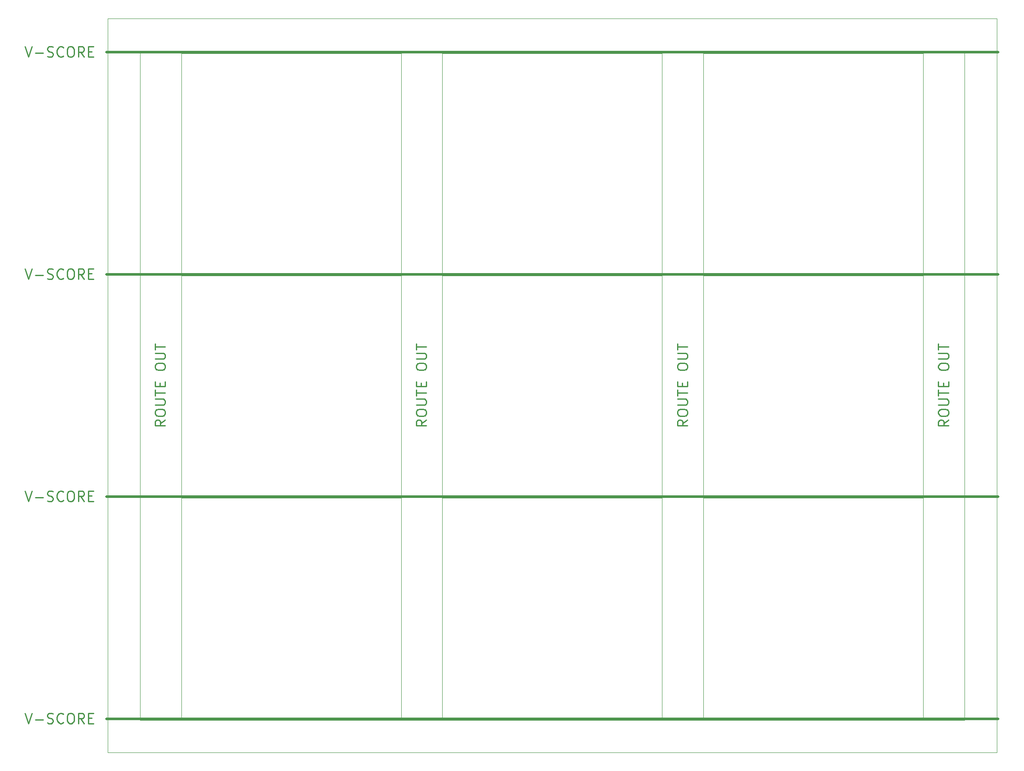
<source format=gko>
%TF.GenerationSoftware,KiCad,Pcbnew,9.0.1*%
%TF.CreationDate,2025-04-24T15:23:21-06:00*%
%TF.ProjectId,SparkFun_GNSS_ZED-X20P_panelized,53706172-6b46-4756-9e5f-474e53535f5a,rev?*%
%TF.SameCoordinates,Original*%
%TF.FileFunction,Soldermask,Bot*%
%TF.FilePolarity,Negative*%
%FSLAX46Y46*%
G04 Gerber Fmt 4.6, Leading zero omitted, Abs format (unit mm)*
G04 Created by KiCad (PCBNEW 9.0.1) date 2025-04-24 15:23:21*
%MOMM*%
%LPD*%
G01*
G04 APERTURE LIST*
%TA.AperFunction,Profile*%
%ADD10C,0.100000*%
%TD*%
%ADD11C,0.250000*%
%ADD12C,0.500000*%
G04 APERTURE END LIST*
D10*
X-8120000Y-500000D02*
X-8120000Y131040000D01*
X153900000Y-500000D02*
X-8120000Y-500000D01*
X153900000Y131040000D02*
X153900000Y-500000D01*
X-8120000Y131040000D02*
X153900000Y131040000D01*
X-14470000Y-6850000D02*
X-14470000Y137390000D01*
X160250000Y-6850000D02*
X-14470000Y-6850000D01*
X160250000Y137390000D02*
X160250000Y-6850000D01*
X-14470000Y137390000D02*
X160250000Y137390000D01*
X102600000Y130540000D02*
X145780000Y130540000D01*
X145780000Y87360000D01*
X102600000Y87360000D01*
X102600000Y130540000D01*
X102600000Y86860000D02*
X145780000Y86860000D01*
X145780000Y43680000D01*
X102600000Y43680000D01*
X102600000Y86860000D01*
X102600000Y43180000D02*
X145780000Y43180000D01*
X145780000Y0D01*
X102600000Y0D01*
X102600000Y43180000D01*
X51300000Y130540000D02*
X94480000Y130540000D01*
X94480000Y87360000D01*
X51300000Y87360000D01*
X51300000Y130540000D01*
X51300000Y86860000D02*
X94480000Y86860000D01*
X94480000Y43680000D01*
X51300000Y43680000D01*
X51300000Y86860000D01*
X51300000Y43180000D02*
X94480000Y43180000D01*
X94480000Y0D01*
X51300000Y0D01*
X51300000Y43180000D01*
X0Y130540000D02*
X43180000Y130540000D01*
X43180000Y87360000D01*
X0Y87360000D01*
X0Y130540000D01*
X0Y86860000D02*
X43180000Y86860000D01*
X43180000Y43680000D01*
X0Y43680000D01*
X0Y86860000D01*
X0Y43180000D02*
X43180000Y43180000D01*
X43180000Y0D01*
X0Y0D01*
X0Y43180000D01*
D11*
X150752238Y58508095D02*
X149799857Y57841428D01*
X150752238Y57365238D02*
X148752238Y57365238D01*
X148752238Y57365238D02*
X148752238Y58127143D01*
X148752238Y58127143D02*
X148847476Y58317619D01*
X148847476Y58317619D02*
X148942714Y58412857D01*
X148942714Y58412857D02*
X149133190Y58508095D01*
X149133190Y58508095D02*
X149418904Y58508095D01*
X149418904Y58508095D02*
X149609380Y58412857D01*
X149609380Y58412857D02*
X149704619Y58317619D01*
X149704619Y58317619D02*
X149799857Y58127143D01*
X149799857Y58127143D02*
X149799857Y57365238D01*
X148752238Y59746190D02*
X148752238Y60127143D01*
X148752238Y60127143D02*
X148847476Y60317619D01*
X148847476Y60317619D02*
X149037952Y60508095D01*
X149037952Y60508095D02*
X149418904Y60603333D01*
X149418904Y60603333D02*
X150085571Y60603333D01*
X150085571Y60603333D02*
X150466523Y60508095D01*
X150466523Y60508095D02*
X150657000Y60317619D01*
X150657000Y60317619D02*
X150752238Y60127143D01*
X150752238Y60127143D02*
X150752238Y59746190D01*
X150752238Y59746190D02*
X150657000Y59555714D01*
X150657000Y59555714D02*
X150466523Y59365238D01*
X150466523Y59365238D02*
X150085571Y59270000D01*
X150085571Y59270000D02*
X149418904Y59270000D01*
X149418904Y59270000D02*
X149037952Y59365238D01*
X149037952Y59365238D02*
X148847476Y59555714D01*
X148847476Y59555714D02*
X148752238Y59746190D01*
X148752238Y61460476D02*
X150371285Y61460476D01*
X150371285Y61460476D02*
X150561761Y61555714D01*
X150561761Y61555714D02*
X150657000Y61650952D01*
X150657000Y61650952D02*
X150752238Y61841428D01*
X150752238Y61841428D02*
X150752238Y62222381D01*
X150752238Y62222381D02*
X150657000Y62412857D01*
X150657000Y62412857D02*
X150561761Y62508095D01*
X150561761Y62508095D02*
X150371285Y62603333D01*
X150371285Y62603333D02*
X148752238Y62603333D01*
X148752238Y63270000D02*
X148752238Y64412857D01*
X150752238Y63841428D02*
X148752238Y63841428D01*
X149704619Y65079524D02*
X149704619Y65746191D01*
X150752238Y66031905D02*
X150752238Y65079524D01*
X150752238Y65079524D02*
X148752238Y65079524D01*
X148752238Y65079524D02*
X148752238Y66031905D01*
X148752238Y68793810D02*
X148752238Y69174763D01*
X148752238Y69174763D02*
X148847476Y69365239D01*
X148847476Y69365239D02*
X149037952Y69555715D01*
X149037952Y69555715D02*
X149418904Y69650953D01*
X149418904Y69650953D02*
X150085571Y69650953D01*
X150085571Y69650953D02*
X150466523Y69555715D01*
X150466523Y69555715D02*
X150657000Y69365239D01*
X150657000Y69365239D02*
X150752238Y69174763D01*
X150752238Y69174763D02*
X150752238Y68793810D01*
X150752238Y68793810D02*
X150657000Y68603334D01*
X150657000Y68603334D02*
X150466523Y68412858D01*
X150466523Y68412858D02*
X150085571Y68317620D01*
X150085571Y68317620D02*
X149418904Y68317620D01*
X149418904Y68317620D02*
X149037952Y68412858D01*
X149037952Y68412858D02*
X148847476Y68603334D01*
X148847476Y68603334D02*
X148752238Y68793810D01*
X148752238Y70508096D02*
X150371285Y70508096D01*
X150371285Y70508096D02*
X150561761Y70603334D01*
X150561761Y70603334D02*
X150657000Y70698572D01*
X150657000Y70698572D02*
X150752238Y70889048D01*
X150752238Y70889048D02*
X150752238Y71270001D01*
X150752238Y71270001D02*
X150657000Y71460477D01*
X150657000Y71460477D02*
X150561761Y71555715D01*
X150561761Y71555715D02*
X150371285Y71650953D01*
X150371285Y71650953D02*
X148752238Y71650953D01*
X148752238Y72317620D02*
X148752238Y73460477D01*
X150752238Y72889048D02*
X148752238Y72889048D01*
X99452238Y58508095D02*
X98499857Y57841428D01*
X99452238Y57365238D02*
X97452238Y57365238D01*
X97452238Y57365238D02*
X97452238Y58127143D01*
X97452238Y58127143D02*
X97547476Y58317619D01*
X97547476Y58317619D02*
X97642714Y58412857D01*
X97642714Y58412857D02*
X97833190Y58508095D01*
X97833190Y58508095D02*
X98118904Y58508095D01*
X98118904Y58508095D02*
X98309380Y58412857D01*
X98309380Y58412857D02*
X98404619Y58317619D01*
X98404619Y58317619D02*
X98499857Y58127143D01*
X98499857Y58127143D02*
X98499857Y57365238D01*
X97452238Y59746190D02*
X97452238Y60127143D01*
X97452238Y60127143D02*
X97547476Y60317619D01*
X97547476Y60317619D02*
X97737952Y60508095D01*
X97737952Y60508095D02*
X98118904Y60603333D01*
X98118904Y60603333D02*
X98785571Y60603333D01*
X98785571Y60603333D02*
X99166523Y60508095D01*
X99166523Y60508095D02*
X99357000Y60317619D01*
X99357000Y60317619D02*
X99452238Y60127143D01*
X99452238Y60127143D02*
X99452238Y59746190D01*
X99452238Y59746190D02*
X99357000Y59555714D01*
X99357000Y59555714D02*
X99166523Y59365238D01*
X99166523Y59365238D02*
X98785571Y59270000D01*
X98785571Y59270000D02*
X98118904Y59270000D01*
X98118904Y59270000D02*
X97737952Y59365238D01*
X97737952Y59365238D02*
X97547476Y59555714D01*
X97547476Y59555714D02*
X97452238Y59746190D01*
X97452238Y61460476D02*
X99071285Y61460476D01*
X99071285Y61460476D02*
X99261761Y61555714D01*
X99261761Y61555714D02*
X99357000Y61650952D01*
X99357000Y61650952D02*
X99452238Y61841428D01*
X99452238Y61841428D02*
X99452238Y62222381D01*
X99452238Y62222381D02*
X99357000Y62412857D01*
X99357000Y62412857D02*
X99261761Y62508095D01*
X99261761Y62508095D02*
X99071285Y62603333D01*
X99071285Y62603333D02*
X97452238Y62603333D01*
X97452238Y63270000D02*
X97452238Y64412857D01*
X99452238Y63841428D02*
X97452238Y63841428D01*
X98404619Y65079524D02*
X98404619Y65746191D01*
X99452238Y66031905D02*
X99452238Y65079524D01*
X99452238Y65079524D02*
X97452238Y65079524D01*
X97452238Y65079524D02*
X97452238Y66031905D01*
X97452238Y68793810D02*
X97452238Y69174763D01*
X97452238Y69174763D02*
X97547476Y69365239D01*
X97547476Y69365239D02*
X97737952Y69555715D01*
X97737952Y69555715D02*
X98118904Y69650953D01*
X98118904Y69650953D02*
X98785571Y69650953D01*
X98785571Y69650953D02*
X99166523Y69555715D01*
X99166523Y69555715D02*
X99357000Y69365239D01*
X99357000Y69365239D02*
X99452238Y69174763D01*
X99452238Y69174763D02*
X99452238Y68793810D01*
X99452238Y68793810D02*
X99357000Y68603334D01*
X99357000Y68603334D02*
X99166523Y68412858D01*
X99166523Y68412858D02*
X98785571Y68317620D01*
X98785571Y68317620D02*
X98118904Y68317620D01*
X98118904Y68317620D02*
X97737952Y68412858D01*
X97737952Y68412858D02*
X97547476Y68603334D01*
X97547476Y68603334D02*
X97452238Y68793810D01*
X97452238Y70508096D02*
X99071285Y70508096D01*
X99071285Y70508096D02*
X99261761Y70603334D01*
X99261761Y70603334D02*
X99357000Y70698572D01*
X99357000Y70698572D02*
X99452238Y70889048D01*
X99452238Y70889048D02*
X99452238Y71270001D01*
X99452238Y71270001D02*
X99357000Y71460477D01*
X99357000Y71460477D02*
X99261761Y71555715D01*
X99261761Y71555715D02*
X99071285Y71650953D01*
X99071285Y71650953D02*
X97452238Y71650953D01*
X97452238Y72317620D02*
X97452238Y73460477D01*
X99452238Y72889048D02*
X97452238Y72889048D01*
X48152238Y58508095D02*
X47199857Y57841428D01*
X48152238Y57365238D02*
X46152238Y57365238D01*
X46152238Y57365238D02*
X46152238Y58127143D01*
X46152238Y58127143D02*
X46247476Y58317619D01*
X46247476Y58317619D02*
X46342714Y58412857D01*
X46342714Y58412857D02*
X46533190Y58508095D01*
X46533190Y58508095D02*
X46818904Y58508095D01*
X46818904Y58508095D02*
X47009380Y58412857D01*
X47009380Y58412857D02*
X47104619Y58317619D01*
X47104619Y58317619D02*
X47199857Y58127143D01*
X47199857Y58127143D02*
X47199857Y57365238D01*
X46152238Y59746190D02*
X46152238Y60127143D01*
X46152238Y60127143D02*
X46247476Y60317619D01*
X46247476Y60317619D02*
X46437952Y60508095D01*
X46437952Y60508095D02*
X46818904Y60603333D01*
X46818904Y60603333D02*
X47485571Y60603333D01*
X47485571Y60603333D02*
X47866523Y60508095D01*
X47866523Y60508095D02*
X48057000Y60317619D01*
X48057000Y60317619D02*
X48152238Y60127143D01*
X48152238Y60127143D02*
X48152238Y59746190D01*
X48152238Y59746190D02*
X48057000Y59555714D01*
X48057000Y59555714D02*
X47866523Y59365238D01*
X47866523Y59365238D02*
X47485571Y59270000D01*
X47485571Y59270000D02*
X46818904Y59270000D01*
X46818904Y59270000D02*
X46437952Y59365238D01*
X46437952Y59365238D02*
X46247476Y59555714D01*
X46247476Y59555714D02*
X46152238Y59746190D01*
X46152238Y61460476D02*
X47771285Y61460476D01*
X47771285Y61460476D02*
X47961761Y61555714D01*
X47961761Y61555714D02*
X48057000Y61650952D01*
X48057000Y61650952D02*
X48152238Y61841428D01*
X48152238Y61841428D02*
X48152238Y62222381D01*
X48152238Y62222381D02*
X48057000Y62412857D01*
X48057000Y62412857D02*
X47961761Y62508095D01*
X47961761Y62508095D02*
X47771285Y62603333D01*
X47771285Y62603333D02*
X46152238Y62603333D01*
X46152238Y63270000D02*
X46152238Y64412857D01*
X48152238Y63841428D02*
X46152238Y63841428D01*
X47104619Y65079524D02*
X47104619Y65746191D01*
X48152238Y66031905D02*
X48152238Y65079524D01*
X48152238Y65079524D02*
X46152238Y65079524D01*
X46152238Y65079524D02*
X46152238Y66031905D01*
X46152238Y68793810D02*
X46152238Y69174763D01*
X46152238Y69174763D02*
X46247476Y69365239D01*
X46247476Y69365239D02*
X46437952Y69555715D01*
X46437952Y69555715D02*
X46818904Y69650953D01*
X46818904Y69650953D02*
X47485571Y69650953D01*
X47485571Y69650953D02*
X47866523Y69555715D01*
X47866523Y69555715D02*
X48057000Y69365239D01*
X48057000Y69365239D02*
X48152238Y69174763D01*
X48152238Y69174763D02*
X48152238Y68793810D01*
X48152238Y68793810D02*
X48057000Y68603334D01*
X48057000Y68603334D02*
X47866523Y68412858D01*
X47866523Y68412858D02*
X47485571Y68317620D01*
X47485571Y68317620D02*
X46818904Y68317620D01*
X46818904Y68317620D02*
X46437952Y68412858D01*
X46437952Y68412858D02*
X46247476Y68603334D01*
X46247476Y68603334D02*
X46152238Y68793810D01*
X46152238Y70508096D02*
X47771285Y70508096D01*
X47771285Y70508096D02*
X47961761Y70603334D01*
X47961761Y70603334D02*
X48057000Y70698572D01*
X48057000Y70698572D02*
X48152238Y70889048D01*
X48152238Y70889048D02*
X48152238Y71270001D01*
X48152238Y71270001D02*
X48057000Y71460477D01*
X48057000Y71460477D02*
X47961761Y71555715D01*
X47961761Y71555715D02*
X47771285Y71650953D01*
X47771285Y71650953D02*
X46152238Y71650953D01*
X46152238Y72317620D02*
X46152238Y73460477D01*
X48152238Y72889048D02*
X46152238Y72889048D01*
X-3147762Y58508095D02*
X-4100143Y57841428D01*
X-3147762Y57365238D02*
X-5147762Y57365238D01*
X-5147762Y57365238D02*
X-5147762Y58127143D01*
X-5147762Y58127143D02*
X-5052524Y58317619D01*
X-5052524Y58317619D02*
X-4957286Y58412857D01*
X-4957286Y58412857D02*
X-4766810Y58508095D01*
X-4766810Y58508095D02*
X-4481096Y58508095D01*
X-4481096Y58508095D02*
X-4290620Y58412857D01*
X-4290620Y58412857D02*
X-4195381Y58317619D01*
X-4195381Y58317619D02*
X-4100143Y58127143D01*
X-4100143Y58127143D02*
X-4100143Y57365238D01*
X-5147762Y59746190D02*
X-5147762Y60127143D01*
X-5147762Y60127143D02*
X-5052524Y60317619D01*
X-5052524Y60317619D02*
X-4862048Y60508095D01*
X-4862048Y60508095D02*
X-4481096Y60603333D01*
X-4481096Y60603333D02*
X-3814429Y60603333D01*
X-3814429Y60603333D02*
X-3433477Y60508095D01*
X-3433477Y60508095D02*
X-3243000Y60317619D01*
X-3243000Y60317619D02*
X-3147762Y60127143D01*
X-3147762Y60127143D02*
X-3147762Y59746190D01*
X-3147762Y59746190D02*
X-3243000Y59555714D01*
X-3243000Y59555714D02*
X-3433477Y59365238D01*
X-3433477Y59365238D02*
X-3814429Y59270000D01*
X-3814429Y59270000D02*
X-4481096Y59270000D01*
X-4481096Y59270000D02*
X-4862048Y59365238D01*
X-4862048Y59365238D02*
X-5052524Y59555714D01*
X-5052524Y59555714D02*
X-5147762Y59746190D01*
X-5147762Y61460476D02*
X-3528715Y61460476D01*
X-3528715Y61460476D02*
X-3338239Y61555714D01*
X-3338239Y61555714D02*
X-3243000Y61650952D01*
X-3243000Y61650952D02*
X-3147762Y61841428D01*
X-3147762Y61841428D02*
X-3147762Y62222381D01*
X-3147762Y62222381D02*
X-3243000Y62412857D01*
X-3243000Y62412857D02*
X-3338239Y62508095D01*
X-3338239Y62508095D02*
X-3528715Y62603333D01*
X-3528715Y62603333D02*
X-5147762Y62603333D01*
X-5147762Y63270000D02*
X-5147762Y64412857D01*
X-3147762Y63841428D02*
X-5147762Y63841428D01*
X-4195381Y65079524D02*
X-4195381Y65746191D01*
X-3147762Y66031905D02*
X-3147762Y65079524D01*
X-3147762Y65079524D02*
X-5147762Y65079524D01*
X-5147762Y65079524D02*
X-5147762Y66031905D01*
X-5147762Y68793810D02*
X-5147762Y69174763D01*
X-5147762Y69174763D02*
X-5052524Y69365239D01*
X-5052524Y69365239D02*
X-4862048Y69555715D01*
X-4862048Y69555715D02*
X-4481096Y69650953D01*
X-4481096Y69650953D02*
X-3814429Y69650953D01*
X-3814429Y69650953D02*
X-3433477Y69555715D01*
X-3433477Y69555715D02*
X-3243000Y69365239D01*
X-3243000Y69365239D02*
X-3147762Y69174763D01*
X-3147762Y69174763D02*
X-3147762Y68793810D01*
X-3147762Y68793810D02*
X-3243000Y68603334D01*
X-3243000Y68603334D02*
X-3433477Y68412858D01*
X-3433477Y68412858D02*
X-3814429Y68317620D01*
X-3814429Y68317620D02*
X-4481096Y68317620D01*
X-4481096Y68317620D02*
X-4862048Y68412858D01*
X-4862048Y68412858D02*
X-5052524Y68603334D01*
X-5052524Y68603334D02*
X-5147762Y68793810D01*
X-5147762Y70508096D02*
X-3528715Y70508096D01*
X-3528715Y70508096D02*
X-3338239Y70603334D01*
X-3338239Y70603334D02*
X-3243000Y70698572D01*
X-3243000Y70698572D02*
X-3147762Y70889048D01*
X-3147762Y70889048D02*
X-3147762Y71270001D01*
X-3147762Y71270001D02*
X-3243000Y71460477D01*
X-3243000Y71460477D02*
X-3338239Y71555715D01*
X-3338239Y71555715D02*
X-3528715Y71650953D01*
X-3528715Y71650953D02*
X-5147762Y71650953D01*
X-5147762Y72317620D02*
X-5147762Y73460477D01*
X-3147762Y72889048D02*
X-5147762Y72889048D01*
X-30693997Y837762D02*
X-30027331Y-1162238D01*
X-30027331Y-1162238D02*
X-29360664Y837762D01*
X-28693997Y-400333D02*
X-27170187Y-400333D01*
X-26313045Y-1067000D02*
X-26027331Y-1162238D01*
X-26027331Y-1162238D02*
X-25551140Y-1162238D01*
X-25551140Y-1162238D02*
X-25360664Y-1067000D01*
X-25360664Y-1067000D02*
X-25265426Y-971761D01*
X-25265426Y-971761D02*
X-25170188Y-781285D01*
X-25170188Y-781285D02*
X-25170188Y-590809D01*
X-25170188Y-590809D02*
X-25265426Y-400333D01*
X-25265426Y-400333D02*
X-25360664Y-305095D01*
X-25360664Y-305095D02*
X-25551140Y-209857D01*
X-25551140Y-209857D02*
X-25932093Y-114619D01*
X-25932093Y-114619D02*
X-26122569Y-19380D01*
X-26122569Y-19380D02*
X-26217807Y75858D01*
X-26217807Y75858D02*
X-26313045Y266334D01*
X-26313045Y266334D02*
X-26313045Y456810D01*
X-26313045Y456810D02*
X-26217807Y647286D01*
X-26217807Y647286D02*
X-26122569Y742524D01*
X-26122569Y742524D02*
X-25932093Y837762D01*
X-25932093Y837762D02*
X-25455902Y837762D01*
X-25455902Y837762D02*
X-25170188Y742524D01*
X-23170188Y-971761D02*
X-23265426Y-1067000D01*
X-23265426Y-1067000D02*
X-23551140Y-1162238D01*
X-23551140Y-1162238D02*
X-23741616Y-1162238D01*
X-23741616Y-1162238D02*
X-24027331Y-1067000D01*
X-24027331Y-1067000D02*
X-24217807Y-876523D01*
X-24217807Y-876523D02*
X-24313045Y-686047D01*
X-24313045Y-686047D02*
X-24408283Y-305095D01*
X-24408283Y-305095D02*
X-24408283Y-19380D01*
X-24408283Y-19380D02*
X-24313045Y361572D01*
X-24313045Y361572D02*
X-24217807Y552048D01*
X-24217807Y552048D02*
X-24027331Y742524D01*
X-24027331Y742524D02*
X-23741616Y837762D01*
X-23741616Y837762D02*
X-23551140Y837762D01*
X-23551140Y837762D02*
X-23265426Y742524D01*
X-23265426Y742524D02*
X-23170188Y647286D01*
X-21932093Y837762D02*
X-21551140Y837762D01*
X-21551140Y837762D02*
X-21360664Y742524D01*
X-21360664Y742524D02*
X-21170188Y552048D01*
X-21170188Y552048D02*
X-21074950Y171096D01*
X-21074950Y171096D02*
X-21074950Y-495571D01*
X-21074950Y-495571D02*
X-21170188Y-876523D01*
X-21170188Y-876523D02*
X-21360664Y-1067000D01*
X-21360664Y-1067000D02*
X-21551140Y-1162238D01*
X-21551140Y-1162238D02*
X-21932093Y-1162238D01*
X-21932093Y-1162238D02*
X-22122569Y-1067000D01*
X-22122569Y-1067000D02*
X-22313045Y-876523D01*
X-22313045Y-876523D02*
X-22408283Y-495571D01*
X-22408283Y-495571D02*
X-22408283Y171096D01*
X-22408283Y171096D02*
X-22313045Y552048D01*
X-22313045Y552048D02*
X-22122569Y742524D01*
X-22122569Y742524D02*
X-21932093Y837762D01*
X-19074950Y-1162238D02*
X-19741617Y-209857D01*
X-20217807Y-1162238D02*
X-20217807Y837762D01*
X-20217807Y837762D02*
X-19455902Y837762D01*
X-19455902Y837762D02*
X-19265426Y742524D01*
X-19265426Y742524D02*
X-19170188Y647286D01*
X-19170188Y647286D02*
X-19074950Y456810D01*
X-19074950Y456810D02*
X-19074950Y171096D01*
X-19074950Y171096D02*
X-19170188Y-19380D01*
X-19170188Y-19380D02*
X-19265426Y-114619D01*
X-19265426Y-114619D02*
X-19455902Y-209857D01*
X-19455902Y-209857D02*
X-20217807Y-209857D01*
X-18217807Y-114619D02*
X-17551140Y-114619D01*
X-17265426Y-1162238D02*
X-18217807Y-1162238D01*
X-18217807Y-1162238D02*
X-18217807Y837762D01*
X-18217807Y837762D02*
X-17265426Y837762D01*
D12*
X-14720000Y-250000D02*
X160500000Y-250000D01*
D11*
X-30693997Y44517762D02*
X-30027331Y42517762D01*
X-30027331Y42517762D02*
X-29360664Y44517762D01*
X-28693997Y43279667D02*
X-27170187Y43279667D01*
X-26313045Y42613000D02*
X-26027331Y42517762D01*
X-26027331Y42517762D02*
X-25551140Y42517762D01*
X-25551140Y42517762D02*
X-25360664Y42613000D01*
X-25360664Y42613000D02*
X-25265426Y42708239D01*
X-25265426Y42708239D02*
X-25170188Y42898715D01*
X-25170188Y42898715D02*
X-25170188Y43089191D01*
X-25170188Y43089191D02*
X-25265426Y43279667D01*
X-25265426Y43279667D02*
X-25360664Y43374905D01*
X-25360664Y43374905D02*
X-25551140Y43470143D01*
X-25551140Y43470143D02*
X-25932093Y43565381D01*
X-25932093Y43565381D02*
X-26122569Y43660620D01*
X-26122569Y43660620D02*
X-26217807Y43755858D01*
X-26217807Y43755858D02*
X-26313045Y43946334D01*
X-26313045Y43946334D02*
X-26313045Y44136810D01*
X-26313045Y44136810D02*
X-26217807Y44327286D01*
X-26217807Y44327286D02*
X-26122569Y44422524D01*
X-26122569Y44422524D02*
X-25932093Y44517762D01*
X-25932093Y44517762D02*
X-25455902Y44517762D01*
X-25455902Y44517762D02*
X-25170188Y44422524D01*
X-23170188Y42708239D02*
X-23265426Y42613000D01*
X-23265426Y42613000D02*
X-23551140Y42517762D01*
X-23551140Y42517762D02*
X-23741616Y42517762D01*
X-23741616Y42517762D02*
X-24027331Y42613000D01*
X-24027331Y42613000D02*
X-24217807Y42803477D01*
X-24217807Y42803477D02*
X-24313045Y42993953D01*
X-24313045Y42993953D02*
X-24408283Y43374905D01*
X-24408283Y43374905D02*
X-24408283Y43660620D01*
X-24408283Y43660620D02*
X-24313045Y44041572D01*
X-24313045Y44041572D02*
X-24217807Y44232048D01*
X-24217807Y44232048D02*
X-24027331Y44422524D01*
X-24027331Y44422524D02*
X-23741616Y44517762D01*
X-23741616Y44517762D02*
X-23551140Y44517762D01*
X-23551140Y44517762D02*
X-23265426Y44422524D01*
X-23265426Y44422524D02*
X-23170188Y44327286D01*
X-21932093Y44517762D02*
X-21551140Y44517762D01*
X-21551140Y44517762D02*
X-21360664Y44422524D01*
X-21360664Y44422524D02*
X-21170188Y44232048D01*
X-21170188Y44232048D02*
X-21074950Y43851096D01*
X-21074950Y43851096D02*
X-21074950Y43184429D01*
X-21074950Y43184429D02*
X-21170188Y42803477D01*
X-21170188Y42803477D02*
X-21360664Y42613000D01*
X-21360664Y42613000D02*
X-21551140Y42517762D01*
X-21551140Y42517762D02*
X-21932093Y42517762D01*
X-21932093Y42517762D02*
X-22122569Y42613000D01*
X-22122569Y42613000D02*
X-22313045Y42803477D01*
X-22313045Y42803477D02*
X-22408283Y43184429D01*
X-22408283Y43184429D02*
X-22408283Y43851096D01*
X-22408283Y43851096D02*
X-22313045Y44232048D01*
X-22313045Y44232048D02*
X-22122569Y44422524D01*
X-22122569Y44422524D02*
X-21932093Y44517762D01*
X-19074950Y42517762D02*
X-19741617Y43470143D01*
X-20217807Y42517762D02*
X-20217807Y44517762D01*
X-20217807Y44517762D02*
X-19455902Y44517762D01*
X-19455902Y44517762D02*
X-19265426Y44422524D01*
X-19265426Y44422524D02*
X-19170188Y44327286D01*
X-19170188Y44327286D02*
X-19074950Y44136810D01*
X-19074950Y44136810D02*
X-19074950Y43851096D01*
X-19074950Y43851096D02*
X-19170188Y43660620D01*
X-19170188Y43660620D02*
X-19265426Y43565381D01*
X-19265426Y43565381D02*
X-19455902Y43470143D01*
X-19455902Y43470143D02*
X-20217807Y43470143D01*
X-18217807Y43565381D02*
X-17551140Y43565381D01*
X-17265426Y42517762D02*
X-18217807Y42517762D01*
X-18217807Y42517762D02*
X-18217807Y44517762D01*
X-18217807Y44517762D02*
X-17265426Y44517762D01*
D12*
X-14720000Y43430000D02*
X160500000Y43430000D01*
D11*
X-30693997Y88197762D02*
X-30027331Y86197762D01*
X-30027331Y86197762D02*
X-29360664Y88197762D01*
X-28693997Y86959667D02*
X-27170187Y86959667D01*
X-26313045Y86293000D02*
X-26027331Y86197762D01*
X-26027331Y86197762D02*
X-25551140Y86197762D01*
X-25551140Y86197762D02*
X-25360664Y86293000D01*
X-25360664Y86293000D02*
X-25265426Y86388239D01*
X-25265426Y86388239D02*
X-25170188Y86578715D01*
X-25170188Y86578715D02*
X-25170188Y86769191D01*
X-25170188Y86769191D02*
X-25265426Y86959667D01*
X-25265426Y86959667D02*
X-25360664Y87054905D01*
X-25360664Y87054905D02*
X-25551140Y87150143D01*
X-25551140Y87150143D02*
X-25932093Y87245381D01*
X-25932093Y87245381D02*
X-26122569Y87340620D01*
X-26122569Y87340620D02*
X-26217807Y87435858D01*
X-26217807Y87435858D02*
X-26313045Y87626334D01*
X-26313045Y87626334D02*
X-26313045Y87816810D01*
X-26313045Y87816810D02*
X-26217807Y88007286D01*
X-26217807Y88007286D02*
X-26122569Y88102524D01*
X-26122569Y88102524D02*
X-25932093Y88197762D01*
X-25932093Y88197762D02*
X-25455902Y88197762D01*
X-25455902Y88197762D02*
X-25170188Y88102524D01*
X-23170188Y86388239D02*
X-23265426Y86293000D01*
X-23265426Y86293000D02*
X-23551140Y86197762D01*
X-23551140Y86197762D02*
X-23741616Y86197762D01*
X-23741616Y86197762D02*
X-24027331Y86293000D01*
X-24027331Y86293000D02*
X-24217807Y86483477D01*
X-24217807Y86483477D02*
X-24313045Y86673953D01*
X-24313045Y86673953D02*
X-24408283Y87054905D01*
X-24408283Y87054905D02*
X-24408283Y87340620D01*
X-24408283Y87340620D02*
X-24313045Y87721572D01*
X-24313045Y87721572D02*
X-24217807Y87912048D01*
X-24217807Y87912048D02*
X-24027331Y88102524D01*
X-24027331Y88102524D02*
X-23741616Y88197762D01*
X-23741616Y88197762D02*
X-23551140Y88197762D01*
X-23551140Y88197762D02*
X-23265426Y88102524D01*
X-23265426Y88102524D02*
X-23170188Y88007286D01*
X-21932093Y88197762D02*
X-21551140Y88197762D01*
X-21551140Y88197762D02*
X-21360664Y88102524D01*
X-21360664Y88102524D02*
X-21170188Y87912048D01*
X-21170188Y87912048D02*
X-21074950Y87531096D01*
X-21074950Y87531096D02*
X-21074950Y86864429D01*
X-21074950Y86864429D02*
X-21170188Y86483477D01*
X-21170188Y86483477D02*
X-21360664Y86293000D01*
X-21360664Y86293000D02*
X-21551140Y86197762D01*
X-21551140Y86197762D02*
X-21932093Y86197762D01*
X-21932093Y86197762D02*
X-22122569Y86293000D01*
X-22122569Y86293000D02*
X-22313045Y86483477D01*
X-22313045Y86483477D02*
X-22408283Y86864429D01*
X-22408283Y86864429D02*
X-22408283Y87531096D01*
X-22408283Y87531096D02*
X-22313045Y87912048D01*
X-22313045Y87912048D02*
X-22122569Y88102524D01*
X-22122569Y88102524D02*
X-21932093Y88197762D01*
X-19074950Y86197762D02*
X-19741617Y87150143D01*
X-20217807Y86197762D02*
X-20217807Y88197762D01*
X-20217807Y88197762D02*
X-19455902Y88197762D01*
X-19455902Y88197762D02*
X-19265426Y88102524D01*
X-19265426Y88102524D02*
X-19170188Y88007286D01*
X-19170188Y88007286D02*
X-19074950Y87816810D01*
X-19074950Y87816810D02*
X-19074950Y87531096D01*
X-19074950Y87531096D02*
X-19170188Y87340620D01*
X-19170188Y87340620D02*
X-19265426Y87245381D01*
X-19265426Y87245381D02*
X-19455902Y87150143D01*
X-19455902Y87150143D02*
X-20217807Y87150143D01*
X-18217807Y87245381D02*
X-17551140Y87245381D01*
X-17265426Y86197762D02*
X-18217807Y86197762D01*
X-18217807Y86197762D02*
X-18217807Y88197762D01*
X-18217807Y88197762D02*
X-17265426Y88197762D01*
D12*
X-14720000Y87110000D02*
X160500000Y87110000D01*
D11*
X-30693997Y131877761D02*
X-30027331Y129877761D01*
X-30027331Y129877761D02*
X-29360664Y131877761D01*
X-28693997Y130639666D02*
X-27170187Y130639666D01*
X-26313045Y129973000D02*
X-26027331Y129877761D01*
X-26027331Y129877761D02*
X-25551140Y129877761D01*
X-25551140Y129877761D02*
X-25360664Y129973000D01*
X-25360664Y129973000D02*
X-25265426Y130068238D01*
X-25265426Y130068238D02*
X-25170188Y130258714D01*
X-25170188Y130258714D02*
X-25170188Y130449190D01*
X-25170188Y130449190D02*
X-25265426Y130639666D01*
X-25265426Y130639666D02*
X-25360664Y130734904D01*
X-25360664Y130734904D02*
X-25551140Y130830142D01*
X-25551140Y130830142D02*
X-25932093Y130925380D01*
X-25932093Y130925380D02*
X-26122569Y131020619D01*
X-26122569Y131020619D02*
X-26217807Y131115857D01*
X-26217807Y131115857D02*
X-26313045Y131306333D01*
X-26313045Y131306333D02*
X-26313045Y131496809D01*
X-26313045Y131496809D02*
X-26217807Y131687285D01*
X-26217807Y131687285D02*
X-26122569Y131782523D01*
X-26122569Y131782523D02*
X-25932093Y131877761D01*
X-25932093Y131877761D02*
X-25455902Y131877761D01*
X-25455902Y131877761D02*
X-25170188Y131782523D01*
X-23170188Y130068238D02*
X-23265426Y129973000D01*
X-23265426Y129973000D02*
X-23551140Y129877761D01*
X-23551140Y129877761D02*
X-23741616Y129877761D01*
X-23741616Y129877761D02*
X-24027331Y129973000D01*
X-24027331Y129973000D02*
X-24217807Y130163476D01*
X-24217807Y130163476D02*
X-24313045Y130353952D01*
X-24313045Y130353952D02*
X-24408283Y130734904D01*
X-24408283Y130734904D02*
X-24408283Y131020619D01*
X-24408283Y131020619D02*
X-24313045Y131401571D01*
X-24313045Y131401571D02*
X-24217807Y131592047D01*
X-24217807Y131592047D02*
X-24027331Y131782523D01*
X-24027331Y131782523D02*
X-23741616Y131877761D01*
X-23741616Y131877761D02*
X-23551140Y131877761D01*
X-23551140Y131877761D02*
X-23265426Y131782523D01*
X-23265426Y131782523D02*
X-23170188Y131687285D01*
X-21932093Y131877761D02*
X-21551140Y131877761D01*
X-21551140Y131877761D02*
X-21360664Y131782523D01*
X-21360664Y131782523D02*
X-21170188Y131592047D01*
X-21170188Y131592047D02*
X-21074950Y131211095D01*
X-21074950Y131211095D02*
X-21074950Y130544428D01*
X-21074950Y130544428D02*
X-21170188Y130163476D01*
X-21170188Y130163476D02*
X-21360664Y129973000D01*
X-21360664Y129973000D02*
X-21551140Y129877761D01*
X-21551140Y129877761D02*
X-21932093Y129877761D01*
X-21932093Y129877761D02*
X-22122569Y129973000D01*
X-22122569Y129973000D02*
X-22313045Y130163476D01*
X-22313045Y130163476D02*
X-22408283Y130544428D01*
X-22408283Y130544428D02*
X-22408283Y131211095D01*
X-22408283Y131211095D02*
X-22313045Y131592047D01*
X-22313045Y131592047D02*
X-22122569Y131782523D01*
X-22122569Y131782523D02*
X-21932093Y131877761D01*
X-19074950Y129877761D02*
X-19741617Y130830142D01*
X-20217807Y129877761D02*
X-20217807Y131877761D01*
X-20217807Y131877761D02*
X-19455902Y131877761D01*
X-19455902Y131877761D02*
X-19265426Y131782523D01*
X-19265426Y131782523D02*
X-19170188Y131687285D01*
X-19170188Y131687285D02*
X-19074950Y131496809D01*
X-19074950Y131496809D02*
X-19074950Y131211095D01*
X-19074950Y131211095D02*
X-19170188Y131020619D01*
X-19170188Y131020619D02*
X-19265426Y130925380D01*
X-19265426Y130925380D02*
X-19455902Y130830142D01*
X-19455902Y130830142D02*
X-20217807Y130830142D01*
X-18217807Y130925380D02*
X-17551140Y130925380D01*
X-17265426Y129877761D02*
X-18217807Y129877761D01*
X-18217807Y129877761D02*
X-18217807Y131877761D01*
X-18217807Y131877761D02*
X-17265426Y131877761D01*
D12*
X-14720000Y130790000D02*
X160500000Y130790000D01*
M02*

</source>
